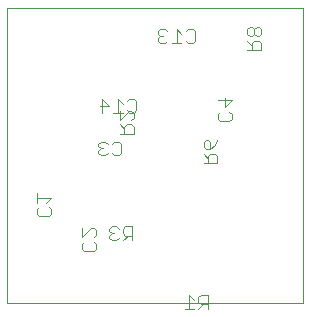
<source format=gbo>
G75*
G70*
%OFA0B0*%
%FSLAX24Y24*%
%IPPOS*%
%LPD*%
%AMOC8*
5,1,8,0,0,1.08239X$1,22.5*
%
%ADD10C,0.0000*%
%ADD11C,0.0040*%
D10*
X000363Y000479D02*
X000363Y010322D01*
X010205Y010322D01*
X010205Y000479D01*
X000363Y000479D01*
D11*
X002851Y002294D02*
X002851Y002448D01*
X002928Y002525D01*
X002851Y002678D02*
X003158Y002985D01*
X003235Y002985D01*
X003312Y002908D01*
X003312Y002755D01*
X003235Y002678D01*
X003235Y002525D02*
X003312Y002448D01*
X003312Y002294D01*
X003235Y002218D01*
X002928Y002218D01*
X002851Y002294D01*
X002851Y002678D02*
X002851Y002985D01*
X003762Y002958D02*
X003762Y002881D01*
X003839Y002804D01*
X003762Y002728D01*
X003762Y002651D01*
X003839Y002574D01*
X003993Y002574D01*
X004069Y002651D01*
X004223Y002574D02*
X004376Y002728D01*
X004300Y002728D02*
X004223Y002804D01*
X004223Y002958D01*
X004300Y003034D01*
X004530Y003034D01*
X004530Y002574D01*
X004530Y002728D02*
X004300Y002728D01*
X004069Y002958D02*
X003993Y003034D01*
X003839Y003034D01*
X003762Y002958D01*
X003839Y002804D02*
X003916Y002804D01*
X001812Y003449D02*
X001735Y003372D01*
X001428Y003372D01*
X001351Y003449D01*
X001351Y003602D01*
X001428Y003679D01*
X001351Y003832D02*
X001351Y004139D01*
X001351Y003986D02*
X001812Y003986D01*
X001658Y003832D01*
X001735Y003679D02*
X001812Y003602D01*
X001812Y003449D01*
X003473Y005405D02*
X003626Y005405D01*
X003703Y005482D01*
X003856Y005482D02*
X003933Y005405D01*
X004086Y005405D01*
X004163Y005482D01*
X004163Y005788D01*
X004086Y005865D01*
X003933Y005865D01*
X003856Y005788D01*
X003703Y005788D02*
X003626Y005865D01*
X003473Y005865D01*
X003396Y005788D01*
X003396Y005712D01*
X003473Y005635D01*
X003396Y005558D01*
X003396Y005482D01*
X003473Y005405D01*
X003473Y005635D02*
X003549Y005635D01*
X004107Y006128D02*
X004568Y006128D01*
X004568Y006358D01*
X004491Y006435D01*
X004337Y006435D01*
X004261Y006358D01*
X004261Y006128D01*
X004261Y006281D02*
X004107Y006435D01*
X004107Y006588D02*
X004414Y006895D01*
X004491Y006895D01*
X004568Y006818D01*
X004568Y006665D01*
X004491Y006588D01*
X004433Y006822D02*
X004356Y006899D01*
X004433Y006822D02*
X004586Y006822D01*
X004663Y006899D01*
X004663Y007206D01*
X004586Y007282D01*
X004433Y007282D01*
X004356Y007206D01*
X004202Y007129D02*
X004049Y007282D01*
X004049Y006822D01*
X004107Y006895D02*
X004107Y006588D01*
X004202Y006822D02*
X003896Y006822D01*
X003742Y007052D02*
X003435Y007052D01*
X003512Y006822D02*
X003512Y007282D01*
X003742Y007052D01*
X005465Y009149D02*
X005619Y009149D01*
X005696Y009226D01*
X005542Y009379D02*
X005465Y009379D01*
X005389Y009302D01*
X005389Y009226D01*
X005465Y009149D01*
X005465Y009379D02*
X005389Y009456D01*
X005389Y009533D01*
X005465Y009609D01*
X005619Y009609D01*
X005696Y009533D01*
X006002Y009609D02*
X006002Y009149D01*
X005849Y009149D02*
X006156Y009149D01*
X006309Y009226D02*
X006386Y009149D01*
X006540Y009149D01*
X006616Y009226D01*
X006616Y009533D01*
X006540Y009609D01*
X006386Y009609D01*
X006309Y009533D01*
X006156Y009456D02*
X006002Y009609D01*
X008363Y009601D02*
X008363Y009448D01*
X008440Y009371D01*
X008516Y009371D01*
X008593Y009448D01*
X008593Y009601D01*
X008516Y009678D01*
X008440Y009678D01*
X008363Y009601D01*
X008593Y009601D02*
X008670Y009678D01*
X008747Y009678D01*
X008823Y009601D01*
X008823Y009448D01*
X008747Y009371D01*
X008670Y009371D01*
X008593Y009448D01*
X008593Y009218D02*
X008516Y009141D01*
X008516Y008911D01*
X008363Y008911D02*
X008823Y008911D01*
X008823Y009141D01*
X008747Y009218D01*
X008593Y009218D01*
X008516Y009064D02*
X008363Y009218D01*
X007609Y007316D02*
X007609Y007009D01*
X007839Y007239D01*
X007379Y007239D01*
X007455Y006855D02*
X007379Y006779D01*
X007379Y006625D01*
X007455Y006548D01*
X007762Y006548D01*
X007839Y006625D01*
X007839Y006779D01*
X007762Y006855D01*
X007363Y005911D02*
X007286Y005757D01*
X007133Y005604D01*
X007133Y005834D01*
X007056Y005911D01*
X006979Y005911D01*
X006902Y005834D01*
X006902Y005681D01*
X006979Y005604D01*
X007133Y005604D01*
X007133Y005450D02*
X007056Y005374D01*
X007056Y005143D01*
X006902Y005143D02*
X007363Y005143D01*
X007363Y005374D01*
X007286Y005450D01*
X007133Y005450D01*
X007056Y005297D02*
X006902Y005450D01*
X006807Y000747D02*
X006730Y000670D01*
X006730Y000517D01*
X006807Y000440D01*
X007037Y000440D01*
X007037Y000287D02*
X007037Y000747D01*
X006807Y000747D01*
X006577Y000594D02*
X006423Y000747D01*
X006423Y000287D01*
X006270Y000287D02*
X006577Y000287D01*
X006730Y000287D02*
X006884Y000440D01*
M02*

</source>
